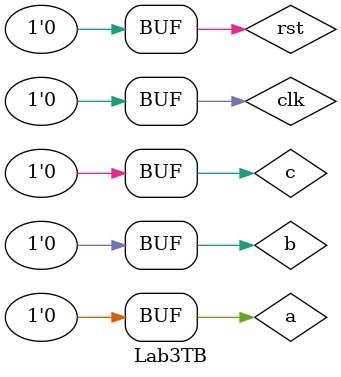
<source format=v>
`timescale 1ns / 1ps


module Lab3TB;

	// Inputs
	reg clk;
	reg rst;
	reg a;
	reg b;
	reg c;

	// Outputs
	wire lcd_e;
	wire lcd_rs;
	wire lcd_rw;
	wire lcd_4;
	wire lcd_5;
	wire lcd_6;
	wire lcd_7;
	wire [7:0] led;

	// Instantiate the Unit Under Test (UUT)
	Lab3 uut (
		.clk(clk), 
		.rst(rst), 
		.a(a), 
		.b(b), 
		.c(c), 
		.lcd_e(lcd_e), 
		.lcd_rs(lcd_rs), 
		.lcd_rw(lcd_rw), 
		.lcd_4(lcd_4), 
		.lcd_5(lcd_5), 
		.lcd_6(lcd_6), 
		.lcd_7(lcd_7), 
		.led(led)
	);

	initial begin
		// Initialize Inputs
		clk = 0;
		rst = 0;
		a = 0;
		b = 0;
		c = 0;

		// Wait 100 ns for global reset to finish
		#100;
        
		// Add stimulus here

	end
      
endmodule


</source>
